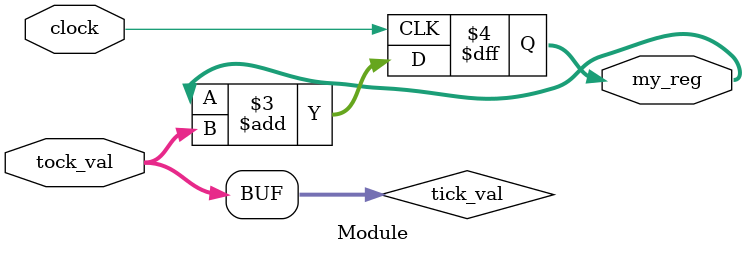
<source format=sv>
`include "metron/tools/metron_tools.sv"


module Module (
  // global clock
  input logic clock,
  // output registers
  output logic[7:0] my_reg,
  // tock() ports
  input logic[7:0] tock_val
);
/*public:*/

  always_comb begin : tock
    tick_val = tock_val;
    /*tick(val);*/
  end

/*private:*/

  always_ff @(posedge clock) begin : tick
    my_reg <= my_reg + tick_val;
  end
  logic[7:0] tick_val;

  logic[7:0] my_reg;

endmodule

</source>
